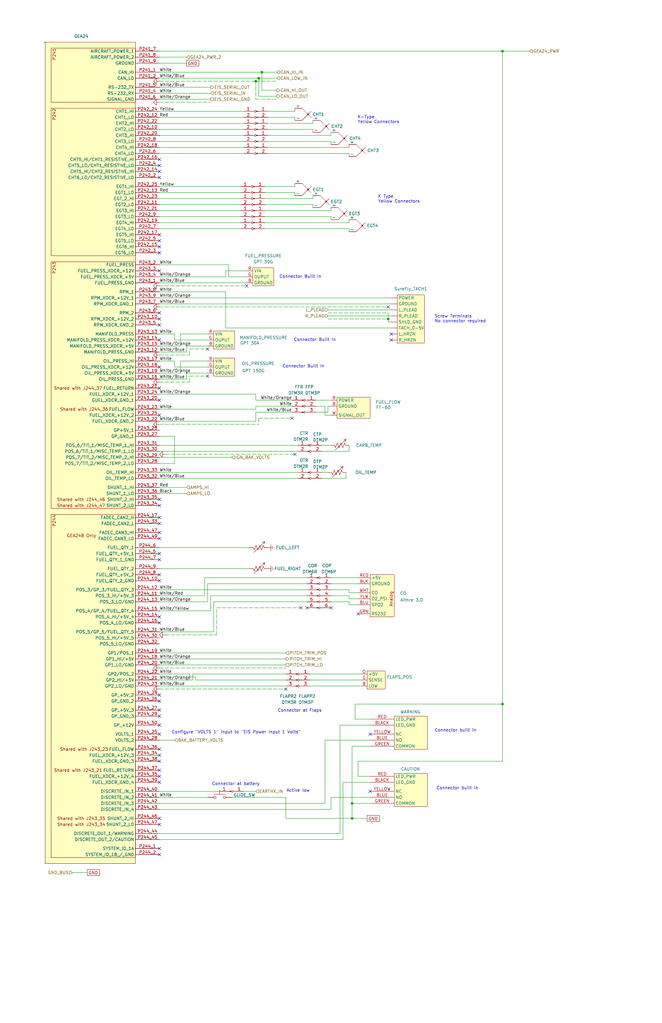
<source format=kicad_sch>
(kicad_sch (version 20250114) (generator "eeschema") (generator_version "9.0")
  (paper "USLedger" portrait)
  (title_block (title "EIS") (date "2026-01-06") (rev "1.2.5") (company "N877RV"))
  (lib_symbols
    (symbol "Connector:Conn_01x01_Pin" (pin_names (offset 1.016) (hide yes))
      (property "Reference" "J" (at 0 2.54 0))
      (property "Value" "Conn_01x01_Pin" (at 0 -2.54 0))
      (symbol "Conn_01x01_Pin_1_1"
        (pin passive line (at 5.08 0 180) (length 3.81) (name "Pin_1") (number "1"))
      )
    )
    (symbol "Connector:Conn_01x01_Socket" (pin_names (offset 1.016) (hide yes))
      (property "Reference" "J" (at 0 2.54 0))
      (property "Value" "Conn_01x01_Socket" (at 0 -2.54 0))
      (symbol "Conn_01x01_Socket_1_1"
        (pin passive line (at -5.08 0 0) (length 3.81) (name "Pin_1") (number "1"))
      )
    )
    (symbol "Connector:Conn_01x02_Pin" (pin_names (offset 1.016) (hide yes))
      (property "Reference" "J" (at 0 2.54 0))
      (property "Value" "Conn_01x02_Pin" (at 0 -5.08 0))
      (symbol "Conn_01x02_Pin_1_1"
        (pin passive line (at 5.08 0 180) (length 3.81) (name "Pin_1") (number "1"))
        (pin passive line (at 5.08 -2.54 180) (length 3.81) (name "Pin_2") (number "2"))
      )
    )
    (symbol "Connector:Conn_01x02_Socket" (pin_names (offset 1.016) (hide yes))
      (property "Reference" "J" (at 0 2.54 0))
      (property "Value" "Conn_01x02_Socket" (at 0 -5.08 0))
      (symbol "Conn_01x02_Socket_1_1"
        (pin passive line (at -5.08 0 0) (length 3.81) (name "Pin_1") (number "1"))
        (pin passive line (at -5.08 -2.54 0) (length 3.81) (name "Pin_2") (number "2"))
      )
    )
    (symbol "Connector:Conn_01x03_Pin" (pin_names (offset 1.016) (hide yes))
      (property "Reference" "J" (at 0 5.08 0))
      (property "Value" "Conn_01x03_Pin" (at 0 -5.08 0))
      (symbol "Conn_01x03_Pin_1_1"
        (pin passive line (at 5.08 2.54 180) (length 3.81) (name "Pin_1") (number "1"))
        (pin passive line (at 5.08 0 180) (length 3.81) (name "Pin_2") (number "2"))
        (pin passive line (at 5.08 -2.54 180) (length 3.81) (name "Pin_3") (number "3"))
      )
    )
    (symbol "Connector:Conn_01x03_Socket" (pin_names (offset 1.016) (hide yes))
      (property "Reference" "J" (at 0 5.08 0))
      (property "Value" "Conn_01x03_Socket" (at 0 -5.08 0))
      (symbol "Conn_01x03_Socket_1_1"
        (pin passive line (at -5.08 2.54 0) (length 3.81) (name "Pin_1") (number "1"))
        (pin passive line (at -5.08 0 0) (length 3.81) (name "Pin_2") (number "2"))
        (pin passive line (at -5.08 -2.54 0) (length 3.81) (name "Pin_3") (number "3"))
      )
    )
    (symbol "Connector:Conn_01x06_Pin" (pin_names (offset 1.016) (hide yes))
      (property "Reference" "J" (at 0 7.62 0))
      (property "Value" "Conn_01x06_Pin" (at 0 -10.16 0))
      (symbol "Conn_01x06_Pin_1_1"
        (pin passive line (at 5.08 5.08 180) (length 3.81) (name "Pin_1") (number "1"))
        (pin passive line (at 5.08 2.54 180) (length 3.81) (name "Pin_2") (number "2"))
        (pin passive line (at 5.08 0 180) (length 3.81) (name "Pin_3") (number "3"))
        (pin passive line (at 5.08 -2.54 180) (length 3.81) (name "Pin_4") (number "4"))
        (pin passive line (at 5.08 -5.08 180) (length 3.81) (name "Pin_5") (number "5"))
        (pin passive line (at 5.08 -7.62 180) (length 3.81) (name "Pin_6") (number "6"))
      )
    )
    (symbol "Connector:Conn_01x06_Socket" (pin_names (offset 1.016) (hide yes))
      (property "Reference" "J" (at 0 7.62 0))
      (property "Value" "Conn_01x06_Socket" (at 0 -10.16 0))
      (symbol "Conn_01x06_Socket_1_1"
        (pin passive line (at -5.08 5.08 0) (length 3.81) (name "Pin_1") (number "1"))
        (pin passive line (at -5.08 2.54 0) (length 3.81) (name "Pin_2") (number "2"))
        (pin passive line (at -5.08 0 0) (length 3.81) (name "Pin_3") (number "3"))
        (pin passive line (at -5.08 -2.54 0) (length 3.81) (name "Pin_4") (number "4"))
        (pin passive line (at -5.08 -5.08 0) (length 3.81) (name "Pin_5") (number "5"))
        (pin passive line (at -5.08 -7.62 0) (length 3.81) (name "Pin_6") (number "6"))
      )
    )
    (symbol "Device:R_Variable_US" (pin_numbers (hide yes)) (pin_names (offset 0))
      (property "Reference" "R" (at 2.54 -2.54 90))
      (property "Value" "R_Variable_US" (at -2.54 -1.27 90))
      (symbol "R_Variable_US_1_1"
        (pin passive line (at 0 3.81 270) (length 1.27) (name "~") (number "1"))
        (pin passive line (at 0 -3.81 90) (length 1.27) (name "~") (number "2"))
      )
    )
    (symbol "Device:Thermocouple" (pin_numbers (hide yes)) (pin_names (offset 0))
      (property "Reference" "TC" (at -3.048 3.81 0))
      (property "Value" "Thermocouple" (at -5.08 -4.064 0))
      (symbol "Thermocouple_1_1"
        (pin passive line (at 2.54 2.54 180) (length 2.54) (name "+") (number "1"))
        (pin passive line (at 2.54 -2.54 180) (length 2.54) (name "-") (number "2"))
      )
    )
    (symbol "Switch:SW_Push" (pin_numbers (hide yes)) (pin_names (offset 1.016) (hide yes))
      (property "Reference" "SW" (at 1.27 2.54 0))
      (property "Value" "SW_Push" (at 0 -1.524 0))
      (symbol "SW_Push_0_1"
        (pin passive line (at -5.08 0 0) (length 2.54) (name "1") (number "1"))
        (pin passive line (at 5.08 0 180) (length 2.54) (name "2") (number "2"))
      )
    )
    (symbol "flyerx:Aithre_EX3"
      (property "Reference" "CO" (at 2.54 1.27 0))
      (symbol "Aithre_EX3_1_1"
        (text "Analog" (at 1.27 -10.16 900) (effects (font (size 1.27 1.27))))
        (pin power_in line (at 15.24 -1.27 180) (length 5.08) (name "+5V") (number "RED"))
        (pin passive line (at 15.24 -3.81 180) (length 5.08) (name "GROUND") (number "BLK"))
        (pin output line (at 15.24 -7.62 180) (length 5.08) (name "CO") (number "WHT"))
        (pin output line (at 15.24 -10.16 180) (length 5.08) (name "O2_PSI") (number "YLW"))
        (pin output line (at 15.24 -12.7 180) (length 5.08) (name "SPO2") (number "BLU"))
        (pin output line (at 15.24 -16.51 180) (length 5.08) (name "RS232") (number "GRN"))
      )
    )
    (symbol "flyerx:Apiele_Momentary_Illuminated_Button"
      (property "Reference" "Apiele" (at 2.54 1.27 0))
      (symbol "Apiele_Momentary_Illuminated_Button_1_1"
        (pin power_in line (at 24.13 -1.27 180) (length 10.16) (name "LED_PWR") (number "RED"))
        (pin passive line (at 24.13 -3.81 180) (length 10.16) (name "LED_GND") (number "BLACK"))
        (pin output line (at 24.13 -7.62 180) (length 10.16) (name "NC") (number "YELLOW"))
        (pin output line (at 24.13 -10.16 180) (length 10.16) (name "NO") (number "BLUE"))
        (pin passive line (at 24.13 -12.7 180) (length 10.16) (name "COMMON") (number "GREEN"))
      )
    )
    (symbol "flyerx:Garmin_GEA24"
      (property "Reference" "GEA" (at 2.54 1.27 0))
      (symbol "Garmin_GEA24_1_1"
        (text "P241" (at 3.81 -2.54 900) (effects (font (size 1.27 1.27)) (justify right)))
        (text "P242" (at 3.81 -27.94 900) (effects (font (size 1.27 1.27)) (justify right)))
        (text "P243" (at 3.81 -92.71 900) (effects (font (size 1.27 1.27)) (justify right)))
        (text "P244" (at 3.81 -199.39 900) (effects (font (size 1.27 1.27)) (justify right)))
        (text "Shared with J243_35" (at 15.24 -327.66 0) (effects (font (size 1.27 1.27))))
        (text "Shared with J243_34" (at 15.24 -330.2 0) (effects (font (size 1.27 1.27))))
        (text "GEA24B Only" (at 21.59 -208.28 0) (effects (font (size 1.27 1.27)) (justify right)))
        (text "Shared with J244_37" (at 24.13 -146.05 0) (effects (font (size 1.27 1.27)) (justify right)))
        (text "Shared with J243_21" (at 24.13 -307.34 0) (effects (font (size 1.27 1.27)) (justify right)))
        (text "Shared with J244_46" (at 25.4 -193.04 0) (effects (font (size 1.27 1.27)) (justify right)))
        (text "Shared with J244_47" (at 25.4 -195.58 0) (effects (font (size 1.27 1.27)) (justify right)))
        (text "Shared with J244_36" (at 26.67 -154.94 0) (effects (font (size 1.27 1.27)) (justify right)))
        (text "Shared with J243_23" (at 26.67 -298.45 0) (effects (font (size 1.27 1.27)) (justify right)))
        (pin power_in line (at 48.26 -3.81 180) (length 10.16) (name "AIRCRAFT_POWER_1") (number "P241_7"))
        (pin power_in line (at 48.26 -6.35 180) (length 10.16) (name "AIRCRAFT_POWER_2") (number "P241_8"))
        (pin passive line (at 48.26 -8.89 180) (length 10.16) (name "GROUND") (number "P241_9"))
        (pin bidirectional line (at 48.26 -12.7 180) (length 10.16) (name "CAN_HI") (number "P241_1"))
        (pin bidirectional line (at 48.26 -15.24 180) (length 10.16) (name "CAN_LO") (number "P241_2"))
        (pin output line (at 48.26 -19.05 180) (length 10.16) (name "RS-232_TX") (number "P241_5"))
        (pin input line (at 48.26 -21.59 180) (length 10.16) (name "RS-232_RX") (number "P241_4"))
        (pin passive line (at 48.26 -24.13 180) (length 10.16) (name "SIGNAL_GND") (number "P241_6"))
        (pin input line (at 48.26 -29.21 180) (length 10.16) (name "CHT1_HI") (number "P242_24"))
        (pin passive line (at 48.26 -31.75 180) (length 10.16) (name "CHT1_LO") (number "P242_12"))
        (pin input line (at 48.26 -34.29 180) (length 10.16) (name "CHT2_HI") (number "P242_22"))
        (pin passive line (at 48.26 -36.83 180) (length 10.16) (name "CHT2_LO") (number "P242_10"))
        (pin input line (at 48.26 -39.37 180) (length 10.16) (name "CHT3_HI") (number "P242_20"))
        (pin passive line (at 48.26 -41.91 180) (length 10.16) (name "CHT3_LO") (number "P242_8"))
        (pin input line (at 48.26 -44.45 180) (length 10.16) (name "CHT4_HI") (number "P242_18"))
        (pin passive line (at 48.26 -46.99 180) (length 10.16) (name "CHT4_LO") (number "P242_6"))
        (pin input line (at 48.26 -49.53 180) (length 10.16) (name "CHT5_HI/CHT1_RESISTIVE_HI") (number "P242_16"))
        (pin passive line (at 48.26 -52.07 180) (length 10.16) (name "CHT5_LO/CHT1_RESISTIVE_LO") (number "P242_4"))
        (pin input line (at 48.26 -54.61 180) (length 10.16) (name "CHT5_HI/CHT2_RESISTIVE_HI") (number "P242_14"))
        (pin passive line (at 48.26 -57.15 180) (length 10.16) (name "CHT6_LO/CHT2_RESISTIVE_LO") (number "P242_2"))
        (pin input line (at 48.26 -60.96 180) (length 10.16) (name "EGT1_HI") (number "P242_25"))
        (pin passive line (at 48.26 -63.5 180) (length 10.16) (name "EGT1_LO") (number "P242_13"))
        (pin input line (at 48.26 -66.04 180) (length 10.16) (name "EGT_2_HI") (number "P242_23"))
        (pin passive line (at 48.26 -68.58 180) (length 10.16) (name "EGT2_LO") (number "P242_11"))
        (pin input line (at 48.26 -71.12 180) (length 10.16) (name "EGT3_HI") (number "P242_21"))
        (pin passive line (at 48.26 -73.66 180) (length 10.16) (name "EGT3_LO") (number "P242_9"))
        (pin input line (at 48.26 -76.2 180) (length 10.16) (name "EGT4_HI") (number "P242_19"))
        (pin passive line (at 48.26 -78.74 180) (length 10.16) (name "EGT4_LO") (number "P242_7"))
        (pin input line (at 48.26 -81.28 180) (length 10.16) (name "EGT5_HI") (number "P242_17"))
        (pin passive line (at 48.26 -83.82 180) (length 10.16) (name "EGT5_LO") (number "P242_5"))
        (pin input line (at 48.26 -86.36 180) (length 10.16) (name "EGT6_HI") (number "P242_15"))
        (pin passive line (at 48.26 -88.9 180) (length 10.16) (name "EGT6_LO") (number "P242_3"))
        (pin input line (at 48.26 -93.98 180) (length 10.16) (name "FUEL_PRESS") (number "P243_2"))
        (pin output line (at 48.26 -96.52 180) (length 10.16) (name "FUEL_PRESS_XDCR_+12V") (number "P243_3"))
        (pin output line (at 48.26 -99.06 180) (length 10.16) (name "FUEL_PRESS_XDCR_+5V") (number "P243_4"))
        (pin passive line (at 48.26 -101.6 180) (length 10.16) (name "FUEL_PRESS_GND") (number "P243_1"))
        (pin input line (at 48.26 -105.41 180) (length 10.16) (name "RPM_1") (number "P243_8"))
        (pin output line (at 48.26 -107.95 180) (length 10.16) (name "RPM_XDCR_+12V_1") (number "P243_9"))
        (pin passive line (at 48.26 -110.49 180) (length 10.16) (name "RPM_XDCR_GND_1") (number "P243_7"))
        (pin input line (at 48.26 -114.3 180) (length 10.16) (name "RPM_2") (number "P243_6"))
        (pin output line (at 48.26 -116.84 180) (length 10.16) (name "RPM_XDCR_+12V_2") (number "P243_10"))
        (pin passive line (at 48.26 -119.38 180) (length 10.16) (name "RPM_XDCR_GND_2") (number "P243_5"))
        (pin input line (at 48.26 -123.19 180) (length 10.16) (name "MANIFOLD_PRESS") (number "P243_13"))
        (pin output line (at 48.26 -125.73 180) (length 10.16) (name "MANIFOLD_PRESS_XDCR_+12V") (number "P243_14"))
        (pin output line (at 48.26 -128.27 180) (length 10.16) (name "MANIFOLD_PRESS_XDCR_+5V") (number "P243_15"))
        (pin passive line (at 48.26 -130.81 180) (length 10.16) (name "MANIFOLD_PRESS_GND") (number "P243_12"))
        (pin input line (at 48.26 -134.62 180) (length 10.16) (name "OIL_PRESS_HI") (number "P243_17"))
        (pin output line (at 48.26 -137.16 180) (length 10.16) (name "OIL_PRESS_XDCR_+12V") (number "P243_18"))
        (pin output line (at 48.26 -139.7 180) (length 10.16) (name "OIL_PRESS_XDCR_+5V") (number "P243_19"))
        (pin passive line (at 48.26 -142.24 180) (length 10.16) (name "OIL_PRESS_GND") (number "P243_16"))
        (pin input line (at 48.26 -146.05 180) (length 10.16) (name "FUEL_RETURN") (number "P243_21"))
        (pin input line (at 48.26 -148.59 180) (length 10.16) (name "FUEL_XDCR_+12V_1") (number "P243_24"))
        (pin passive line (at 48.26 -151.13 180) (length 10.16) (name "GUEL_XDCR_GND_1") (number "P243_20"))
        (pin input line (at 48.26 -154.94 180) (length 10.16) (name "FUEL_FLOW") (number "P243_23"))
        (pin output line (at 48.26 -157.48 180) (length 10.16) (name "FUEL_XDCR_+12V_2") (number "P243_25"))
        (pin passive line (at 48.26 -160.02 180) (length 10.16) (name "FUEL_XDCR_GND_2") (number "P243_22"))
        (pin output line (at 48.26 -163.83 180) (length 10.16) (name "GP+5V_1") (number "P243_26"))
        (pin passive line (at 48.26 -166.37 180) (length 10.16) (name "GP_GND_1") (number "P243_27"))
        (pin input line (at 48.26 -170.18 180) (length 10.16) (name "POS_6/TIT_1/MISC_TEMP_1_HI") (number "P243_31"))
        (pin passive line (at 48.26 -172.72 180) (length 10.16) (name "POS_6/TIT_1/MISC_TEMP_1_LO") (number "P243_30"))
        (pin input line (at 48.26 -175.26 180) (length 10.16) (name "POS_7/TIT_2/MISC_TEMP_2_HI") (number "P243_29"))
        (pin passive line (at 48.26 -177.8 180) (length 10.16) (name "POS_7/TIT_2/MISC_TEMP_2_LO") (number "P243_28"))
        (pin input line (at 48.26 -181.61 180) (length 10.16) (name "OIL_TEMP_HI") (number "P243_33"))
        (pin passive line (at 48.26 -184.15 180) (length 10.16) (name "OIL_TEMP_LO") (number "P243_32"))
        (pin input line (at 48.26 -187.96 180) (length 10.16) (name "SHUNT_1_HI") (number "P243_37"))
        (pin passive line (at 48.26 -190.5 180) (length 10.16) (name "SHUNT_1_LO") (number "P243_36"))
        (pin input line (at 48.26 -193.04 180) (length 10.16) (name "SHUNT_2_HI") (number "P243_35"))
        (pin passive line (at 48.26 -195.58 180) (length 10.16) (name "SHUNT_2_LO") (number "P243_34"))
        (pin bidirectional line (at 48.26 -200.66 180) (length 10.16) (name "FADEC_CAN2_H") (number "P244_17"))
        (pin bidirectional line (at 48.26 -203.2 180) (length 10.16) (name "FADEC_CAN2_L") (number "P244_33"))
        (pin bidirectional line (at 48.26 -207.01 180) (length 10.16) (name "FADEC_CAN3_HI") (number "P244_47"))
        (pin bidirectional line (at 48.26 -209.55 180) (length 10.16) (name "FADEC_CAN3_LO") (number "P244_49"))
        (pin input line (at 48.26 -213.36 180) (length 10.16) (name "FUEL_QTY_1") (number "P244_6"))
        (pin output line (at 48.26 -215.9 180) (length 10.16) (name "FUEL_QTY_+5V_1") (number "P244_5"))
        (pin passive line (at 48.26 -218.44 180) (length 10.16) (name "FUEL_QTY_1_GND") (number "P244_7"))
        (pin input line (at 48.26 -222.25 180) (length 10.16) (name "FUEL_QTY_2") (number "P244_9"))
        (pin output line (at 48.26 -224.79 180) (length 10.16) (name "FUEL_QTY_+5V_2") (number "P244_8"))
        (pin passive line (at 48.26 -227.33 180) (length 10.16) (name "FUEL_QTY_2_GND") (number "P244_10"))
        (pin input line (at 48.26 -231.14 180) (length 10.16) (name "POS_3/GP_3/FUEL_QTY_3") (number "P244_12"))
        (pin output line (at 48.26 -233.68 180) (length 10.16) (name "POS_3_HI/+5V_3") (number "P244_11"))
        (pin passive line (at 48.26 -236.22 180) (length 10.16) (name "POS_3_LO/GND") (number "P244_13"))
        (pin input line (at 48.26 -240.03 180) (length 10.16) (name "POS_4/GP_4/FUEL_QTY_4") (number "P244_15"))
        (pin output line (at 48.26 -242.57 180) (length 10.16) (name "POS_4_HI/+5V_4") (number "P244_14"))
        (pin passive line (at 48.26 -245.11 180) (length 10.16) (name "POS_4_LO/GND") (number "P244_16"))
        (pin input line (at 48.26 -248.92 180) (length 10.16) (name "POS_5/GP_5/FUEL_QTY_5") (number "P244_31"))
        (pin output line (at 48.26 -251.46 180) (length 10.16) (name "POS_5_HI/+5V_5") (number "P244_30"))
        (pin passive line (at 48.26 -254 180) (length 10.16) (name "POS_5_LO/GND") (number "P244_32"))
        (pin input line (at 48.26 -257.81 180) (length 10.16) (name "GP1/POS_1") (number "P244_19"))
        (pin output line (at 48.26 -260.35 180) (length 10.16) (name "GP1_HI/+5V") (number "P244_18"))
        (pin passive line (at 48.26 -262.89 180) (length 10.16) (name "GP1_LO/GND") (number "P244_20"))
        (pin input line (at 48.26 -266.7 180) (length 10.16) (name "GP2/POS_2") (number "P244_22"))
        (pin output line (at 48.26 -269.24 180) (length 10.16) (name "GP2_HI/+5V") (number "P244_21"))
        (pin passive line (at 48.26 -271.78 180) (length 10.16) (name "GP2_LO/GND") (number "P244_23"))
        (pin output line (at 48.26 -275.59 180) (length 10.16) (name "GP_+5V_2") (number "P244_24"))
        (pin passive line (at 48.26 -278.13 180) (length 10.16) (name "GP_GND_2") (number "P244_26"))
        (pin output line (at 48.26 -281.94 180) (length 10.16) (name "GP_+5V_3") (number "P244_27"))
        (pin passive line (at 48.26 -284.48 180) (length 10.16) (name "GP_GND_3") (number "P244_29"))
        (pin output line (at 48.26 -288.29 180) (length 10.16) (name "GP_+12V") (number "P244_50"))
        (pin input line (at 48.26 -292.1 180) (length 10.16) (name "VOLTS_1") (number "P244_25"))
        (pin input line (at 48.26 -294.64 180) (length 10.16) (name "VOLTS_2") (number "P244_28"))
        (pin input line (at 48.26 -298.45 180) (length 10.16) (name "FUEL_FLOW") (number "P244_36"))
        (pin output line (at 48.26 -300.99 180) (length 10.16) (name "FUEL_XDCR_+12V_3") (number "P244_34"))
        (pin passive line (at 48.26 -303.53 180) (length 10.16) (name "FUEL_XDCR_GND_3") (number "P244_38"))
        (pin input line (at 48.26 -307.34 180) (length 10.16) (name "FUEL_RETURN") (number "P244_37"))
        (pin output line (at 48.26 -309.88 180) (length 10.16) (name "FUEL_XDCR_+12V_4") (number "P244_35"))
        (pin passive line (at 48.26 -312.42 180) (length 10.16) (name "FUEL_XDCR_GND_4") (number "P244_39"))
        (pin input line (at 48.26 -316.23 180) (length 10.16) (name "DISCRETE_IN_1") (number "P244_40"))
        (pin input line (at 48.26 -318.77 180) (length 10.16) (name "DISCRETE_IN_2") (number "P244_41"))
        (pin input line (at 48.26 -321.31 180) (length 10.16) (name "DISCRETE_IN_3") (number "P244_42"))
        (pin input line (at 48.26 -323.85 180) (length 10.16) (name "DISCRETE_IN_4") (number "P244_43"))
        (pin input line (at 48.26 -327.66 180) (length 10.16) (name "SHUNT_2_HI") (number "P244_46"))
        (pin passive line (at 48.26 -330.2 180) (length 10.16) (name "SHUNT_2_LO") (number "P244_47"))
        (pin output line (at 48.26 -334.01 180) (length 10.16) (name "DISCRETE_OUT_1/WARNING") (number "P244_44"))
        (pin output line (at 48.26 -336.55 180) (length 10.16) (name "DISCRETE_OUT_2/CAUTION") (number "P244_45"))
        (pin input line (at 48.26 -340.36 180) (length 10.16) (name "SYSTEM_ID_1A") (number "P244_1"))
        (pin passive line (at 48.26 -342.9 180) (length 10.16) (name "SYSTEM_ID_1B_/_GND") (number "P244_2"))
      )
    )
    (symbol "flyerx:Garmin_Sensor"
      (property "Reference" "GPT" (at 5.08 1.27 0))
      (symbol "Garmin_Sensor_1_1"
        (pin power_in line (at 11.43 -1.27 180) (length 2.54) (name "VIN") (number "R"))
        (pin output line (at 11.43 -3.81 180) (length 2.54) (name "OUPUT") (number "G"))
        (pin passive line (at 11.43 -6.35 180) (length 2.54) (name "GROUND") (number "B"))
      )
    )
    (symbol "flyerx:IE_FT-60"
      (property "Reference" "FT-60" (at 2.54 1.27 0))
      (symbol "IE_FT-60_1_1"
        (pin power_in line (at 16.51 -1.27 180) (length 2.54) (name "POWER") (number "R"))
        (pin passive line (at 16.51 -3.81 180) (length 2.54) (name "GROUND") (number "B"))
        (pin output line (at 16.51 -7.62 180) (length 2.54) (name "SIGNAL_OUT") (number "W"))
      )
    )
    (symbol "flyerx:Ray_Allen_POS-12"
      (property "Reference" "POS" (at 3.81 1.27 0))
      (symbol "Ray_Allen_POS-12_1_1"
        (pin input line (at 10.16 -1.27 180) (length 2.54) (name "+5V") (number "O"))
        (pin output line (at 10.16 -3.81 180) (length 2.54) (name "SENSE") (number "G"))
        (pin passive line (at 10.16 -6.35 180) (length 2.54) (name "LOW") (number "B"))
      )
    )
    (symbol "flyerx:SureFly_TACH2"
      (property "Reference" "SureFly_TACH2" (at 5.588 1.27 0))
      (symbol "SureFly_TACH2_1_1"
        (pin power_in line (at 13.97 -1.27 180) (length 2.54) (name "POWER") (number ""))
        (pin passive line (at 13.97 -3.81 180) (length 2.54) (name "GROUND") (number ""))
        (pin input line (at 13.97 -6.35 180) (length 2.54) (name "L_PLEAD") (number ""))
        (pin input line (at 13.97 -8.89 180) (length 2.54) (name "R_PLEAD") (number ""))
        (pin passive line (at 13.97 -11.43 180) (length 2.54) (name "SHLD_GND") (number ""))
        (pin output line (at 13.97 -13.97 180) (length 2.54) (name "TACH_0-5V") (number ""))
        (pin output line (at 13.97 -16.51 180) (length 2.54) (name "L_HRZN") (number ""))
        (pin output line (at 13.97 -19.05 180) (length 2.54) (name "R_HRZN") (number ""))
      )
    )
    (symbol "power:Earth" (power) (pin_names (offset 0))
      (symbol "Earth_1_1"
        (pin power_in line (at 0 0 270) (length 0) (hide yes) (name "Earth") (number "1"))
      )
    )
    (symbol "power:GNDS" (power) (pin_numbers (hide yes)) (pin_names (offset 0) (hide yes))
      (property "Value" "GNDS" (at 0 -3.81 0))
      (symbol "GNDS_1_1"
        (pin power_in line (at 0 0 270) (length 0) (name "~") (number "1"))
      )
    )
  )
  (text "Connector built in" (at 183.388 308.356 0) (effects (font (size 1.27 1.27)) (justify left)))
  (text "Screw Terminals\nNo connector required" (at 183.388 134.62 0) (effects (font (size 1.27 1.27)) (justify left)))
  (text "Connector Built In" (at 123.952 143.51 0) (effects (font (size 1.27 1.27)) (justify left)))
  (text "Connector Built In" (at 117.856 116.84 0) (effects (font (size 1.27 1.27)) (justify left)))
  (text "K-Type\nYellow Connectors" (at 150.876 50.546 0) (effects (font (size 1.27 1.27)) (justify left)))
  (text "K Type\nYellow Connectors" (at 159.512 84.074 0) (effects (font (size 1.27 1.27)) (justify left)))
  (text "Connector at battery" (at 89.408 330.962 0) (effects (font (size 1.27 1.27)) (justify left)))
  (text "Active low" (at 120.904 333.756 0) (effects (font (size 1.27 1.27)) (justify left)))
  (text "Configure \"VOLTS 1\" input to \"EIS Power Input 1 Volts\"" (at 72.39 309.88 0) (effects (font (size 1.27 1.27)) (justify left bottom)))
  (text "Connector built in" (at 184.15 332.74 0) (effects (font (size 1.27 1.27)) (justify left)))
  (text "Connector Built In" (at 119.126 154.686 0) (effects (font (size 1.27 1.27)) (justify left)))
  (text "Connector at Flaps" (at 126.492 299.974 0) (effects (font (size 1.27 1.27))))
  (junction (at 110.49 30.48))
  (junction (at 107.95 34.29))
  (junction (at 163.83 134.62))
  (junction (at 109.22 33.02))
  (junction (at 212.09 297.18))
  (junction (at 148.59 345.44))
  (junction (at 212.09 21.59))
  (junction (at 148.59 339.09))
  (no_connect (at 120.65 290.83))
  (no_connect (at 67.31 218.44))
  (no_connect (at 87.63 158.75))
  (no_connect (at 67.31 210.82))
  (no_connect (at 67.31 299.72))
  (no_connect (at 67.31 321.31))
  (no_connect (at 67.31 242.57))
  (no_connect (at 67.31 347.98))
  (no_connect (at 67.31 72.39))
  (no_connect (at 67.31 358.14))
  (no_connect (at 87.63 147.32))
  (no_connect (at 67.31 227.33))
  (no_connect (at 129.54 256.54))
  (no_connect (at 127 256.54))
  (no_connect (at 67.31 309.88))
  (no_connect (at 67.31 163.83))
  (no_connect (at 67.31 345.44))
  (no_connect (at 67.31 114.3))
  (no_connect (at 67.31 316.23))
  (no_connect (at 67.31 106.68))
  (no_connect (at 67.31 233.68))
  (no_connect (at 67.31 224.79))
  (no_connect (at 156.21 334.01))
  (no_connect (at 67.31 213.36))
  (no_connect (at 67.31 154.94))
  (no_connect (at 67.31 293.37))
  (no_connect (at 67.31 74.93))
  (no_connect (at 67.31 132.08))
  (no_connect (at 163.83 129.54))
  (no_connect (at 67.31 67.31))
  (no_connect (at 67.31 69.85))
  (no_connect (at 165.1 143.51))
  (no_connect (at 151.13 259.08))
  (no_connect (at 139.7 256.54))
  (no_connect (at 67.31 330.2))
  (no_connect (at 123.19 176.53))
  (no_connect (at 67.31 360.68))
  (no_connect (at 67.31 99.06))
  (no_connect (at 67.31 175.26))
  (no_connect (at 124.46 191.77))
  (no_connect (at 67.31 137.16))
  (no_connect (at 165.1 140.97))
  (no_connect (at 67.31 134.62))
  (no_connect (at 67.31 168.91))
  (no_connect (at 67.31 236.22))
  (no_connect (at 67.31 101.6))
  (no_connect (at 67.31 318.77))
  (no_connect (at 67.31 302.26))
  (no_connect (at 67.31 104.14))
  (no_connect (at 67.31 260.35))
  (no_connect (at 67.31 143.51))
  (no_connect (at 67.31 327.66))
  (no_connect (at 67.31 325.12))
  (no_connect (at 67.31 262.89))
  (no_connect (at 67.31 306.07))
  (no_connect (at 67.31 220.98))
  (no_connect (at 67.31 245.11))
  (no_connect (at 104.14 120.65))
  (no_connect (at 156.21 309.88))
  (no_connect (at 67.31 295.91))
  (wire (pts (xy 212.09 321.31) (xy 212.09 297.18)))
  (wire (pts (xy 67.31 140.97) (xy 73.66 140.97)))
  (wire (pts (xy 86.36 243.84) (xy 129.54 243.84)))
  (wire (pts (xy 67.31 289.56) (xy 120.65 289.56)))
  (wire (pts (xy 102.87 334.01) (xy 107.95 334.01)))
  (wire (pts (xy 67.31 208.28) (xy 78.74 208.28)))
  (wire (pts (xy 120.65 336.55) (xy 120.65 345.44)))
  (wire (pts (xy 111.76 91.44) (xy 139.7 91.44)))
  (wire (pts (xy 67.31 88.9) (xy 101.6 88.9)))
  (wire (pts (xy 143.51 351.79) (xy 143.51 306.07)))
  (wire (pts (xy 151.13 321.31) (xy 212.09 321.31)))
  (wire (pts (xy 86.36 251.46) (xy 86.36 243.84)))
  (wire (pts (xy 73.66 152.4) (xy 67.31 152.4)))
  (wire (pts (xy 135.89 187.96) (xy 139.7 187.96)))
  (wire (pts (xy 67.31 39.37) (xy 88.9 39.37)))
  (wire (pts (xy 107.95 177.8) (xy 107.95 173.99)))
  (wire (pts (xy 67.31 205.74) (xy 78.74 205.74)))
  (wire (pts (xy 67.31 312.42) (xy 73.66 312.42)))
  (wire (pts (xy 67.31 266.7) (xy 90.17 266.7)))
  (wire (pts (xy 138.43 133.35) (xy 165.1 133.35)))
  (wire (pts (xy 67.31 129.54) (xy 163.83 129.54)) (stroke (width 0) (type dash)))
  (wire (pts (xy 111.76 96.52) (xy 147.32 96.52)))
  (wire (pts (xy 96.52 116.84) (xy 104.14 116.84)))
  (wire (pts (xy 137.16 175.26) (xy 139.7 175.26)))
  (wire (pts (xy 147.32 255.27) (xy 147.32 254)))
  (wire (pts (xy 87.63 254) (xy 87.63 246.38)))
  (wire (pts (xy 67.31 334.01) (xy 92.71 334.01)))
  (wire (pts (xy 113.03 54.61) (xy 132.08 54.61)))
  (wire (pts (xy 113.03 64.77) (xy 147.32 64.77)))
  (wire (pts (xy 147.32 190.5) (xy 147.32 187.96)))
  (wire (pts (xy 148.59 339.09) (xy 148.59 345.44)))
  (wire (pts (xy 67.31 231.14) (xy 105.41 231.14)))
  (wire (pts (xy 109.22 33.02) (xy 116.84 33.02)))
  (wire (pts (xy 67.31 284.48) (xy 80.01 284.48)))
  (wire (pts (xy 113.03 46.99) (xy 124.46 46.99)))
  (wire (pts (xy 69.85 191.77) (xy 124.46 191.77)) (stroke (width 0) (type dash)))
  (wire (pts (xy 107.95 171.45) (xy 123.19 171.45)))
  (wire (pts (xy 137.16 171.45) (xy 137.16 175.26)))
  (wire (pts (xy 151.13 252.73) (xy 147.32 252.73)))
  (wire (pts (xy 67.31 46.99) (xy 102.87 46.99)))
  (wire (pts (xy 67.31 49.53) (xy 102.87 49.53)))
  (wire (pts (xy 139.7 88.9) (xy 139.7 87.63)))
  (wire (pts (xy 95.25 138.43) (xy 95.25 123.19)))
  (wire (pts (xy 67.31 280.67) (xy 120.65 280.67)))
  (wire (pts (xy 67.31 111.76) (xy 96.52 111.76)))
  (wire (pts (xy 151.13 250.19) (xy 147.32 250.19)))
  (wire (pts (xy 147.32 62.23) (xy 147.32 60.96)))
  (wire (pts (xy 67.31 193.04) (xy 97.79 193.04)))
  (wire (pts (xy 135.89 201.93) (xy 146.05 201.93)))
  (wire (pts (xy 67.31 33.02) (xy 109.22 33.02)))
  (wire (pts (xy 154.94 345.44) (xy 148.59 345.44)))
  (wire (pts (xy 67.31 52.07) (xy 102.87 52.07)))
  (wire (pts (xy 130.81 289.56) (xy 152.4 289.56)))
  (wire (pts (xy 139.7 57.15) (xy 139.7 55.88)))
  (wire (pts (xy 78.74 148.59) (xy 78.74 146.05)))
  (wire (pts (xy 81.28 287.02) (xy 81.28 284.48)))
  (wire (pts (xy 212.09 297.18) (xy 212.09 21.59)))
  (wire (pts (xy 124.46 78.74) (xy 124.46 77.47)))
  (wire (pts (xy 138.43 130.81) (xy 165.1 130.81)))
  (wire (pts (xy 67.31 201.93) (xy 125.73 201.93)))
  (wire (pts (xy 67.31 190.5) (xy 125.73 190.5)))
  (wire (pts (xy 107.95 168.91) (xy 123.19 168.91)))
  (wire (pts (xy 67.31 146.05) (xy 76.2 146.05)))
  (wire (pts (xy 149.86 303.53) (xy 149.86 297.18)))
  (wire (pts (xy 124.46 81.28) (xy 124.46 82.55)))
  (wire (pts (xy 137.16 339.09) (xy 137.16 312.42)))
  (wire (pts (xy 143.51 306.07) (xy 156.21 306.07)))
  (wire (pts (xy 144.78 354.33) (xy 144.78 330.2)))
  (wire (pts (xy 76.2 140.97) (xy 87.63 140.97)))
  (wire (pts (xy 67.31 275.59) (xy 120.65 275.59)))
  (wire (pts (xy 87.63 246.38) (xy 129.54 246.38)))
  (wire (pts (xy 87.63 154.94) (xy 73.66 154.94)))
  (wire (pts (xy 67.31 240.03) (xy 105.41 240.03)))
  (wire (pts (xy 67.31 160.02) (xy 78.74 160.02)))
  (wire (pts (xy 107.95 41.91) (xy 116.84 41.91)) (stroke (width 0) (type dash)))
  (wire (pts (xy 139.7 336.55) (xy 156.21 336.55)))
  (wire (pts (xy 67.31 41.91) (xy 88.9 41.91)))
  (wire (pts (xy 147.32 93.98) (xy 147.32 92.71)))
  (wire (pts (xy 116.84 38.1) (xy 110.49 38.1)))
  (wire (pts (xy 76.2 157.48) (xy 76.2 152.4)))
  (wire (pts (xy 111.76 78.74) (xy 124.46 78.74)))
  (wire (pts (xy 78.74 157.48) (xy 87.63 157.48)))
  (wire (pts (xy 147.32 96.52) (xy 147.32 97.79)))
  (wire (pts (xy 95.25 116.84) (xy 95.25 114.3)))
  (wire (pts (xy 88.9 257.81) (xy 88.9 251.46)))
  (wire (pts (xy 67.31 30.48) (xy 110.49 30.48)))
  (wire (pts (xy 80.01 149.86) (xy 80.01 147.32)) (stroke (width 0) (type dash)))
  (wire (pts (xy 67.31 116.84) (xy 95.25 116.84)))
  (wire (pts (xy 132.08 54.61) (xy 132.08 55.88)))
  (wire (pts (xy 107.95 172.72) (xy 107.95 171.45)))
  (wire (pts (xy 107.95 166.37) (xy 107.95 168.91)))
  (wire (pts (xy 147.32 64.77) (xy 147.32 66.04)))
  (wire (pts (xy 67.31 254) (xy 87.63 254)))
  (wire (pts (xy 67.31 24.13) (xy 78.74 24.13)))
  (wire (pts (xy 138.43 132.08) (xy 163.83 132.08)) (stroke (width 0) (type dash)))
  (wire (pts (xy 81.28 284.48) (xy 120.65 284.48)))
  (wire (pts (xy 67.31 119.38) (xy 104.14 119.38)))
  (wire (pts (xy 73.66 154.94) (xy 73.66 152.4)))
  (wire (pts (xy 139.7 243.84) (xy 151.13 243.84)))
  (wire (pts (xy 109.22 40.64) (xy 109.22 33.02)))
  (wire (pts (xy 147.32 248.92) (xy 139.7 248.92)))
  (wire (pts (xy 130.81 284.48) (xy 152.4 284.48)))
  (wire (pts (xy 67.31 86.36) (xy 101.6 86.36)))
  (wire (pts (xy 156.21 327.66) (xy 151.13 327.66)))
  (wire (pts (xy 110.49 30.48) (xy 116.84 30.48)))
  (wire (pts (xy 97.79 336.55) (xy 120.65 336.55)))
  (wire (pts (xy 111.76 81.28) (xy 124.46 81.28)))
  (wire (pts (xy 120.65 345.44) (xy 148.59 345.44)))
  (wire (pts (xy 67.31 78.74) (xy 101.6 78.74)))
  (wire (pts (xy 138.43 171.45) (xy 139.7 171.45)))
  (wire (pts (xy 96.52 111.76) (xy 96.52 116.84)))
  (wire (pts (xy 163.83 135.89) (xy 165.1 135.89)) (stroke (width 0) (type dash)))
  (wire (pts (xy 111.76 86.36) (xy 132.08 86.36)))
  (wire (pts (xy 67.31 287.02) (xy 81.28 287.02)))
  (wire (pts (xy 78.74 146.05) (xy 87.63 146.05)))
  (wire (pts (xy 135.89 190.5) (xy 147.32 190.5)))
  (wire (pts (xy 138.43 173.99) (xy 138.43 171.45)))
  (wire (pts (xy 144.78 330.2) (xy 156.21 330.2)))
  (wire (pts (xy 67.31 199.39) (xy 125.73 199.39)))
  (wire (pts (xy 80.01 147.32) (xy 87.63 147.32)) (stroke (width 0) (type dash)))
  (wire (pts (xy 91.44 256.54) (xy 127 256.54)) (stroke (width 0) (type dash)))
  (wire (pts (xy 67.31 93.98) (xy 101.6 93.98)))
  (wire (pts (xy 80.01 285.75) (xy 82.55 285.75)))
  (wire (pts (xy 132.08 83.82) (xy 132.08 82.55)))
  (wire (pts (xy 67.31 59.69) (xy 102.87 59.69)))
  (wire (pts (xy 87.63 143.51) (xy 73.66 143.51)))
  (wire (pts (xy 67.31 281.94) (xy 120.65 281.94)) (stroke (width 0) (type dash)))
  (wire (pts (xy 90.17 254) (xy 129.54 254)))
  (wire (pts (xy 67.31 148.59) (xy 78.74 148.59)))
  (wire (pts (xy 124.46 50.8) (xy 124.46 49.53)))
  (wire (pts (xy 113.03 57.15) (xy 139.7 57.15)))
  (wire (pts (xy 80.01 284.48) (xy 80.01 285.75)))
  (wire (pts (xy 67.31 96.52) (xy 101.6 96.52)))
  (wire (pts (xy 67.31 81.28) (xy 101.6 81.28)))
  (wire (pts (xy 113.03 52.07) (xy 132.08 52.07)))
  (wire (pts (xy 147.32 251.46) (xy 139.7 251.46)))
  (wire (pts (xy 67.31 43.18) (xy 88.9 43.18)) (stroke (width 0) (type dash)))
  (wire (pts (xy 73.66 184.15) (xy 67.31 184.15)))
  (wire (pts (xy 113.03 62.23) (xy 147.32 62.23)))
  (wire (pts (xy 67.31 57.15) (xy 102.87 57.15)))
  (wire (pts (xy 67.31 64.77) (xy 102.87 64.77)))
  (wire (pts (xy 132.08 52.07) (xy 132.08 50.8)))
  (wire (pts (xy 67.31 179.07) (xy 109.22 179.07)) (stroke (width 0) (type dash)))
  (wire (pts (xy 67.31 157.48) (xy 76.2 157.48)))
  (wire (pts (xy 67.31 339.09) (xy 137.16 339.09)))
  (wire (pts (xy 139.7 246.38) (xy 151.13 246.38)))
  (wire (pts (xy 163.83 134.62) (xy 163.83 135.89)) (stroke (width 0) (type dash)))
  (wire (pts (xy 124.46 46.99) (xy 124.46 45.72)))
  (wire (pts (xy 67.31 172.72) (xy 107.95 172.72)))
  (wire (pts (xy 73.66 143.51) (xy 73.66 140.97)))
  (wire (pts (xy 67.31 125.73) (xy 165.1 125.73)))
  (wire (pts (xy 67.31 336.55) (xy 87.63 336.55)))
  (wire (pts (xy 67.31 36.83) (xy 88.9 36.83)))
  (wire (pts (xy 147.32 254) (xy 139.7 254)))
  (wire (pts (xy 67.31 123.19) (xy 95.25 123.19)))
  (wire (pts (xy 78.74 160.02) (xy 78.74 157.48)))
  (wire (pts (xy 109.22 176.53) (xy 123.19 176.53)) (stroke (width 0) (type dash)))
  (wire (pts (xy 133.35 171.45) (xy 137.16 171.45)))
  (wire (pts (xy 67.31 351.79) (xy 143.51 351.79)))
  (wire (pts (xy 111.76 93.98) (xy 147.32 93.98)))
  (wire (pts (xy 148.59 314.96) (xy 156.21 314.96)))
  (wire (pts (xy 82.55 285.75) (xy 82.55 287.02)))
  (wire (pts (xy 67.31 54.61) (xy 102.87 54.61)))
  (wire (pts (xy 67.31 290.83) (xy 120.65 290.83)) (stroke (width 0) (type dash)))
  (wire (pts (xy 113.03 59.69) (xy 139.7 59.69)))
  (wire (pts (xy 67.31 195.58) (xy 73.66 195.58)))
  (wire (pts (xy 30.48 368.3) (xy 36.83 368.3)))
  (wire (pts (xy 111.76 88.9) (xy 139.7 88.9)))
  (wire (pts (xy 69.85 267.97) (xy 91.44 267.97)) (stroke (width 0) (type dash)))
  (wire (pts (xy 67.31 177.8) (xy 107.95 177.8)))
  (wire (pts (xy 124.46 49.53) (xy 113.03 49.53)))
  (wire (pts (xy 82.55 287.02) (xy 120.65 287.02)))
  (wire (pts (xy 67.31 187.96) (xy 125.73 187.96)))
  (wire (pts (xy 67.31 128.27) (xy 165.1 128.27)))
  (wire (pts (xy 149.86 297.18) (xy 212.09 297.18)))
  (wire (pts (xy 76.2 152.4) (xy 87.63 152.4)))
  (wire (pts (xy 67.31 248.92) (xy 129.54 248.92)))
  (wire (pts (xy 95.25 114.3) (xy 104.14 114.3)))
  (wire (pts (xy 67.31 251.46) (xy 86.36 251.46)))
  (wire (pts (xy 151.13 327.66) (xy 151.13 321.31)))
  (wire (pts (xy 139.7 91.44) (xy 139.7 92.71)))
  (wire (pts (xy 67.31 149.86) (xy 80.01 149.86)) (stroke (width 0) (type dash)))
  (wire (pts (xy 91.44 267.97) (xy 91.44 256.54)) (stroke (width 0) (type dash)))
  (wire (pts (xy 67.31 257.81) (xy 88.9 257.81)))
  (wire (pts (xy 139.7 341.63) (xy 139.7 336.55)))
  (wire (pts (xy 130.81 287.02) (xy 152.4 287.02)))
  (wire (pts (xy 111.76 83.82) (xy 132.08 83.82)))
  (wire (pts (xy 146.05 199.39) (xy 146.05 201.93)))
  (wire (pts (xy 80.01 161.29) (xy 80.01 158.75)) (stroke (width 0) (type dash)))
  (wire (pts (xy 73.66 195.58) (xy 73.66 184.15)))
  (wire (pts (xy 107.95 34.29) (xy 116.84 34.29)) (stroke (width 0) (type dash)))
  (wire (pts (xy 139.7 59.69) (xy 139.7 60.96)))
  (wire (pts (xy 67.31 21.59) (xy 212.09 21.59)))
  (wire (pts (xy 132.08 86.36) (xy 132.08 87.63)))
  (wire (pts (xy 67.31 354.33) (xy 144.78 354.33)))
  (wire (pts (xy 67.31 83.82) (xy 101.6 83.82)))
  (wire (pts (xy 107.95 34.29) (xy 107.95 41.91)) (stroke (width 0) (type dash)))
  (wire (pts (xy 76.2 146.05) (xy 76.2 140.97)))
  (wire (pts (xy 156.21 339.09) (xy 148.59 339.09)))
  (wire (pts (xy 147.32 250.19) (xy 147.32 248.92)))
  (wire (pts (xy 138.43 134.62) (xy 163.83 134.62)) (stroke (width 0) (type dash)))
  (wire (pts (xy 67.31 161.29) (xy 80.01 161.29)) (stroke (width 0) (type dash)))
  (wire (pts (xy 67.31 26.67) (xy 78.74 26.67)))
  (wire (pts (xy 67.31 278.13) (xy 120.65 278.13)))
  (wire (pts (xy 88.9 251.46) (xy 129.54 251.46)))
  (wire (pts (xy 110.49 38.1) (xy 110.49 30.48)))
  (wire (pts (xy 67.31 34.29) (xy 107.95 34.29)) (stroke (width 0) (type dash)))
  (wire (pts (xy 80.01 158.75) (xy 87.63 158.75)) (stroke (width 0) (type dash)))
  (wire (pts (xy 165.1 138.43) (xy 95.25 138.43)))
  (wire (pts (xy 67.31 166.37) (xy 107.95 166.37)))
  (wire (pts (xy 116.84 40.64) (xy 109.22 40.64)))
  (wire (pts (xy 135.89 199.39) (xy 138.43 199.39)))
  (wire (pts (xy 67.31 91.44) (xy 101.6 91.44)))
  (wire (pts (xy 67.31 120.65) (xy 104.14 120.65)) (stroke (width 0) (type dash)))
  (wire (pts (xy 163.83 132.08) (xy 163.83 134.62)) (stroke (width 0) (type dash)))
  (wire (pts (xy 148.59 314.96) (xy 148.59 339.09)))
  (wire (pts (xy 133.35 173.99) (xy 138.43 173.99)))
  (wire (pts (xy 109.22 176.53) (xy 109.22 179.07)) (stroke (width 0) (type dash)))
  (wire (pts (xy 151.13 255.27) (xy 147.32 255.27)))
  (wire (pts (xy 107.95 173.99) (xy 123.19 173.99)))
  (wire (pts (xy 67.31 341.63) (xy 139.7 341.63)))
  (wire (pts (xy 156.21 303.53) (xy 149.86 303.53)))
  (wire (pts (xy 137.16 312.42) (xy 156.21 312.42)))
  (wire (pts (xy 133.35 168.91) (xy 139.7 168.91)))
  (wire (pts (xy 147.32 252.73) (xy 147.32 251.46)))
  (wire (pts (xy 90.17 266.7) (xy 90.17 254)))
  (wire (pts (xy 67.31 62.23) (xy 102.87 62.23)))
  (wire (pts (xy 212.09 21.59) (xy 223.52 21.59)))
  (label "White{slash}Orange" (at 67.31 41.91 0))
  (label "White" (at 67.31 199.39 0))
  (label "White" (at 67.31 336.55 0))
  (label "White{slash}Orange" (at 67.31 125.73 0))
  (label "White" (at 67.31 275.59 0))
  (label "White" (at 67.31 123.19 0))
  (label "White{slash}Orange" (at 67.31 254 0))
  (label "White" (at 67.31 30.48 0))
  (label "White" (at 67.31 39.37 0))
  (label "White{slash}Orange" (at 67.31 146.05 0))
  (label "White{slash}Blue" (at 67.31 36.83 0))
  (label "White" (at 67.31 152.4 0))
  (label "Yellow" (at 67.31 46.99 0))
  (label "White" (at 67.31 111.76 0))
  (label "White" (at 67.31 248.92 0))
  (label "White{slash}Blue" (at 67.31 201.93 0))
  (label "White{slash}Yellow" (at 67.31 257.81 0))
  (label "White{slash}Blue" (at 67.31 177.8 0))
  (label "Yellow" (at 67.31 78.74 0))
  (label "Red" (at 67.31 81.28 0))
  (label "Red" (at 67.31 49.53 0))
  (label "White{slash}Blue" (at 67.31 266.7 0))
  (label "Red" (at 67.31 205.74 0))
  (label "White{slash}Orange" (at 67.31 166.37 0))
  (label "White" (at 123.19 171.45 180))
  (label "White{slash}Orange" (at 67.31 157.48 0))
  (label "White{slash}Blue" (at 67.31 160.02 0))
  (label "White" (at 67.31 140.97 0))
  (label "White{slash}Red" (at 67.31 251.46 0))
  (label "White" (at 67.31 172.72 0))
  (label "White{slash}Orange" (at 123.19 168.91 180))
  (label "White{slash}Blue" (at 67.31 33.02 0))
  (label "White" (at 67.31 284.48 0))
  (label "White{slash}Blue" (at 123.19 173.99 180))
  (label "White{slash}Blue" (at 67.31 128.27 0))
  (label "White{slash}Blue" (at 67.31 289.56 0))
  (label "White{slash}Blue" (at 67.31 119.38 0))
  (label "Black" (at 67.31 208.28 0))
  (label "White{slash}Blue" (at 67.31 148.59 0))
  (label "White{slash}Blue" (at 67.31 280.67 0))
  (label "White{slash}Orange" (at 67.31 278.13 0))
  (label "White{slash}Orange" (at 67.31 116.84 0))
  (label "White{slash}Orange" (at 67.31 287.02 0))
  (global_label "GND" (shape passive) (at 36.83 368.3 0) (property "Intersheetrefs" "${INTERSHEET_REFS}" (effects (hide yes))))
  (global_label "GND" (shape passive) (at 154.94 345.44 0) (property "Intersheetrefs" "${INTERSHEET_REFS}" (effects (hide yes))))
  (global_label "GND" (shape passive) (at 78.74 26.67 0) (property "Intersheetrefs" "${INTERSHEET_REFS}" (effects (hide yes))))
  (hierarchical_label "IGN_BAK_VOLTS" (shape input) (at 97.79 193.04 0))
  (hierarchical_label "R_PLEAD" (shape input) (at 138.43 133.35 180))
  (hierarchical_label "EIS_SERIAL_GND" (shape passive) (at 88.9 41.91 0))
  (hierarchical_label "GEA24_PWR" (shape input) (at 223.52 21.59 0))
  (hierarchical_label "PITCH_TRIM_HI" (shape output) (at 120.65 278.13 0))
  (hierarchical_label "L_PLEAD" (shape input) (at 138.43 130.81 180))
  (hierarchical_label "CAN_LO_OUT" (shape output) (at 116.84 40.64 0))
  (hierarchical_label "EIS_SERIAL_IN" (shape input) (at 88.9 39.37 0))
  (hierarchical_label "PITCH_TRIM_LO" (shape passive) (at 120.65 280.67 0))
  (hierarchical_label "CAN_HI_IN" (shape input) (at 116.84 30.48 0))
  (hierarchical_label "BAK_BATTERY_VOLTS" (shape input) (at 73.66 312.42 0))
  (hierarchical_label "EIS_SERIAL_OUT" (shape output) (at 88.9 36.83 0))
  (hierarchical_label "GEA24_PWR_2" (shape input) (at 78.74 24.13 0))
  (hierarchical_label "CAN_LOW_IN" (shape input) (at 116.84 33.02 0))
  (hierarchical_label "GND_BUS" (shape input) (at 30.48 368.3 180))
  (hierarchical_label "PITCH_TRIM_POS" (shape input) (at 120.65 275.59 0))
  (hierarchical_label "CAN_HI_OUT" (shape output) (at 116.84 38.1 0))
  (hierarchical_label "EARTHX_IN" (shape input) (at 107.95 334.01 0))
  (hierarchical_label "AMPS_LO" (shape input) (at 78.74 208.28 0))
  (hierarchical_label "AMPS_HI" (shape input) (at 78.74 205.74 0))
  (symbol (lib_id "Connector:Conn_01x02_Pin") (at 130.81 199.39 0) (mirror y) (unit 1)
    (property "Reference" "OTR" (at 130.175 194.31 0) (effects (justify left)))
    (property "Value" "DTM2R" (at 130.175 196.85 0) (effects (justify left)))
    (property "Description" "Generic connector, single row, 01x02, script generated" (effects (hide yes)))
  )
  (symbol (lib_id "power:Earth") (at 113.03 231.14 90) (unit 1)
    (property "Reference" "#PWR04" (effects (hide yes)))
    (property "Value" "Earth" (effects (hide yes)))
  )
  (symbol (lib_id "Device:Thermocouple") (at 149.86 95.25 0) (mirror y) (unit 1)
    (property "Reference" "EGT4" (at 157.226 95.25 0))
    (property "Value" "Thermocouple" (effects (hide yes)))
    (property "Description" "Thermocouple" (effects (hide yes)))
  )
  (symbol (lib_id "Device:Thermocouple") (at 134.62 53.34 0) (mirror y) (unit 1)
    (property "Reference" "CHT2" (at 142.24 53.34 0))
    (property "Value" "Thermocouple" (effects (hide yes)))
    (property "Description" "Thermocouple" (effects (hide yes)))
  )
  (symbol (lib_id "Device:Thermocouple") (at 142.24 90.17 0) (mirror y) (unit 1)
    (property "Reference" "EGT3" (at 149.606 90.17 0))
    (property "Value" "Thermocouple" (effects (hide yes)))
    (property "Description" "Thermocouple" (effects (hide yes)))
  )
  (symbol (lib_id "flyerx:Garmin_Sensor") (at 99.06 139.7 0) (mirror y) (unit 1)
    (property "Reference" "MANIFOLD_PRESSURE" (at 111.252 142.494 0))
    (property "Value" "GPT 30A" (at 105.41 144.78 0))
  )
  (symbol (lib_id "Connector:Conn_01x02_Socket") (at 106.68 78.74 0) (unit 1)
    (property "Reference" "EGT1R" (effects (hide yes)))
    (property "Description" "Generic connector, single row, 01x02, script generated" (effects (hide yes)))
  )
  (symbol (lib_id "Device:R_Variable_US") (at 143.51 187.96 270) (mirror x) (unit 1)
    (property "Reference" "CARB_TEMP" (at 155.702 187.96 90))
    (property "Description" "Variable resistor, US symbol" (effects (hide yes)))
  )
  (symbol (lib_id "Connector:Conn_01x02_Pin") (at 107.95 46.99 0) (unit 1)
    (property "Reference" "CHT1P" (effects (hide yes)))
    (property "Description" "Generic connector, single row, 01x02, script generated" (effects (hide yes)))
  )
  (symbol (lib_id "Connector:Conn_01x03_Pin") (at 128.27 171.45 0) (mirror y) (unit 1)
    (property "Reference" "FFR" (at 128.016 163.322 0) (effects (justify left)))
    (property "Value" "DTM3R" (at 128.016 165.862 0) (effects (justify left)))
    (property "Description" "Generic connector, single row, 01x03, script generated" (effects (hide yes)))
  )
  (symbol (lib_id "Connector:Conn_01x02_Pin") (at 106.68 88.9 0) (unit 1)
    (property "Reference" "EGT3P" (effects (hide yes)))
    (property "Description" "Generic connector, single row, 01x02, script generated" (effects (hide yes)))
  )
  (symbol (lib_id "Connector:Conn_01x02_Pin") (at 107.95 57.15 0) (unit 1)
    (property "Reference" "CHT3P" (effects (hide yes)))
    (property "Description" "Generic connector, single row, 01x02, script generated" (effects (hide yes)))
  )
  (symbol (lib_id "flyerx:IE_FT-60") (at 156.21 167.64 0) (mirror y) (unit 1)
    (property "Reference" "FUEL_FLOW" (at 163.83 169.672 0))
    (property "Value" "FT-60" (at 161.798 171.958 0))
  )
  (symbol (lib_id "Device:Thermocouple") (at 127 48.26 0) (mirror y) (unit 1)
    (property "Reference" "CHT1" (at 134.366 48.26 0))
    (property "Value" "Thermocouple" (effects (hide yes)))
    (property "Description" "Thermocouple" (effects (hide yes)))
  )
  (symbol (lib_id "Connector:Conn_01x02_Pin") (at 107.95 62.23 0) (unit 1)
    (property "Reference" "CHT4P" (effects (hide yes)))
    (property "Description" "Generic connector, single row, 01x02, script generated" (effects (hide yes)))
  )
  (symbol (lib_id "Connector:Conn_01x02_Socket") (at 106.68 83.82 0) (unit 1)
    (property "Reference" "EGT2R" (effects (hide yes)))
    (property "Description" "Generic connector, single row, 01x02, script generated" (effects (hide yes)))
  )
  (symbol (lib_id "Connector:Conn_01x01_Socket") (at 97.79 334.01 0) (mirror y) (unit 1)
    (property "Reference" "EARTHXS" (effects (hide yes)))
    (property "Value" "Conn_01x01_Socket" (effects (hide yes)))
    (property "Description" "Generic connector, single row, 01x01, script generated" (effects (hide yes)))
  )
  (symbol (lib_id "Device:Thermocouple") (at 149.86 63.5 0) (mirror y) (unit 1)
    (property "Reference" "CHT3" (at 157.48 63.5 0))
    (property "Value" "Thermocouple" (effects (hide yes)))
    (property "Description" "Thermocouple" (effects (hide yes)))
  )
  (symbol (lib_id "Connector:Conn_01x03_Pin") (at 125.73 287.02 0) (mirror y) (unit 1)
    (property "Reference" "FLAPR2" (at 125.222 293.878 0) (effects (justify left)))
    (property "Value" "DTM3R" (at 125.222 296.418 0) (effects (justify left)))
    (property "Description" "Generic connector, single row, 01x03, script generated" (effects (hide yes)))
  )
  (symbol (lib_id "power:GNDS") (at 67.31 129.54 270) (unit 1)
    (property "Reference" "#PWR023" (effects (hide yes)))
    (property "Value" "GNDS" (effects (hide yes)))
    (property "Description" "Power symbol creates a global label with name \"GNDS\" , signal ground" (effects (hide yes)))
  )
  (symbol (lib_id "Connector:Conn_01x02_Socket") (at 106.68 88.9 0) (unit 1)
    (property "Reference" "EGT3R" (effects (hide yes)))
    (property "Description" "Generic connector, single row, 01x02, script generated" (effects (hide yes)))
  )
  (symbol (lib_id "Connector:Conn_01x02_Socket") (at 107.95 52.07 0) (unit 1)
    (property "Reference" "CHT2R" (effects (hide yes)))
    (property "Description" "Generic connector, single row, 01x02, script generated" (effects (hide yes)))
  )
  (symbol (lib_id "Connector:Conn_01x02_Pin") (at 130.81 187.96 0) (mirror y) (unit 1)
    (property "Reference" "CTR" (at 130.175 182.88 0) (effects (justify left)))
    (property "Value" "DTM2R" (at 130.175 185.42 0) (effects (justify left)))
    (property "Description" "Generic connector, single row, 01x02, script generated" (effects (hide yes)))
  )
  (symbol (lib_id "Device:Thermocouple") (at 127 80.01 0) (mirror y) (unit 1)
    (property "Reference" "EGT1" (at 134.366 80.01 0))
    (property "Value" "Thermocouple" (effects (hide yes)))
    (property "Description" "Thermocouple" (effects (hide yes)))
  )
  (symbol (lib_id "Connector:Conn_01x06_Pin") (at 134.62 248.92 0) (mirror y) (unit 1)
    (property "Reference" "COR" (at 133.985 238.76 0) (effects (justify left)))
    (property "Value" "DTM6R" (at 133.985 241.3 0) (effects (justify left)))
    (property "Description" "Generic connector, single row, 01x06, script generated" (effects (hide yes)))
  )
  (symbol (lib_id "power:GNDS") (at 67.31 161.29 270) (unit 1)
    (property "Reference" "#PWR025" (effects (hide yes)))
    (property "Value" "GNDS" (effects (hide yes)))
    (property "Description" "Power symbol creates a global label with name \"GNDS\" , signal ground" (effects (hide yes)))
  )
  (symbol (lib_id "flyerx:SureFly_TACH2") (at 179.07 124.46 0) (mirror y) (unit 1)
    (property "Reference" "SureFly_TACH1" (at 173.355 121.92 0))
  )
  (symbol (lib_id "flyerx:Garmin_GEA24") (at 19.05 17.78 0) (unit 1)
    (property "Reference" "GEA24" (at 34.29 15.24 0))
    (property "Value" "~" (at 19.05 17.78 0))
  )
  (symbol (lib_id "Connector:Conn_01x02_Pin") (at 106.68 83.82 0) (unit 1)
    (property "Reference" "EGT2P" (effects (hide yes)))
    (property "Description" "Generic connector, single row, 01x02, script generated" (effects (hide yes)))
  )
  (symbol (lib_id "Device:Thermocouple") (at 134.62 85.09 0) (mirror y) (unit 1)
    (property "Reference" "EGT2" (at 141.986 85.09 0))
    (property "Value" "Thermocouple" (effects (hide yes)))
    (property "Description" "Thermocouple" (effects (hide yes)))
  )
  (symbol (lib_id "Device:R_Variable_US") (at 109.22 240.03 270) (mirror x) (unit 1)
    (property "Reference" "FUEL_RIGHT" (at 121.412 240.03 90))
    (property "Description" "Variable resistor, US symbol" (effects (hide yes)))
  )
  (symbol (lib_id "power:GNDS") (at 67.31 290.83 270) (unit 1)
    (property "Reference" "#PWR028" (effects (hide yes)))
    (property "Value" "GNDS" (effects (hide yes)))
    (property "Description" "Power symbol creates a global label with name \"GNDS\" , signal ground" (effects (hide yes)))
  )
  (symbol (lib_id "Connector:Conn_01x02_Pin") (at 106.68 93.98 0) (unit 1)
    (property "Reference" "EGT4P" (effects (hide yes)))
    (property "Description" "Generic connector, single row, 01x02, script generated" (effects (hide yes)))
  )
  (symbol (lib_id "Connector:Conn_01x02_Socket") (at 107.95 46.99 0) (unit 1)
    (property "Reference" "CHT1R" (effects (hide yes)))
    (property "Description" "Generic connector, single row, 01x02, script generated" (effects (hide yes)))
  )
  (symbol (lib_id "Connector:Conn_01x02_Pin") (at 106.68 78.74 0) (unit 1)
    (property "Reference" "EGT1P" (effects (hide yes)))
    (property "Description" "Generic connector, single row, 01x02, script generated" (effects (hide yes)))
  )
  (symbol (lib_id "Switch:SW_Push") (at 92.71 336.55 0) (unit 1)
    (property "Reference" "GLIDE_SW" (at 103.124 335.534 0))
    (property "Value" "SW_Push" (effects (hide yes)))
  )
  (symbol (lib_id "power:Earth") (at 113.03 240.03 90) (unit 1)
    (property "Reference" "#PWR01" (effects (hide yes)))
    (property "Value" "Earth" (effects (hide yes)))
  )
  (symbol (lib_id "Connector:Conn_01x03_Socket") (at 128.27 171.45 0) (mirror y) (unit 1)
    (property "Reference" "FFP" (at 128.778 163.322 0) (effects (justify right)))
    (property "Value" "DTM3P" (at 128.778 165.862 0) (effects (justify right)))
    (property "Description" "Generic connector, single row, 01x03, script generated" (effects (hide yes)))
  )
  (symbol (lib_id "Connector:Conn_01x03_Socket") (at 125.73 287.02 0) (mirror y) (unit 1)
    (property "Reference" "FLAPP2" (at 125.984 293.878 0) (effects (justify right)))
    (property "Value" "DTM3P" (at 125.984 296.418 0) (effects (justify right)))
    (property "Description" "Generic connector, single row, 01x03, script generated" (effects (hide yes)))
  )
  (symbol (lib_id "flyerx:Garmin_Sensor") (at 99.06 151.13 0) (mirror y) (unit 1)
    (property "Reference" "OIL_PRESSURE" (at 108.966 153.416 0))
    (property "Value" "GPT 150G" (at 106.934 156.464 0))
  )
  (symbol (lib_id "power:GNDS") (at 67.31 43.18 270) (unit 1)
    (property "Reference" "#PWR021" (effects (hide yes)))
    (property "Value" "GNDS" (effects (hide yes)))
    (property "Description" "Power symbol creates a global label with name \"GNDS\" , signal ground" (effects (hide yes)))
  )
  (symbol (lib_id "Connector:Conn_01x02_Socket") (at 107.95 62.23 0) (unit 1)
    (property "Reference" "CHT4R" (effects (hide yes)))
    (property "Description" "Generic connector, single row, 01x02, script generated" (effects (hide yes)))
  )
  (symbol (lib_id "Connector:Conn_01x02_Socket") (at 106.68 93.98 0) (unit 1)
    (property "Reference" "EGT4R" (effects (hide yes)))
    (property "Description" "Generic connector, single row, 01x02, script generated" (effects (hide yes)))
  )
  (symbol (lib_id "flyerx:Apiele_Momentary_Illuminated_Button") (at 180.34 326.39 0) (mirror y) (unit 1)
    (property "Reference" "CAUTION" (at 173.228 324.612 0))
  )
  (symbol (lib_id "flyerx:Garmin_Sensor") (at 115.57 113.03 0) (mirror y) (unit 1)
    (property "Reference" "FUEL_PRESSURE" (at 111.125 107.95 0))
    (property "Value" "GPT 30G" (at 111.125 110.49 0))
  )
  (symbol (lib_id "Device:Thermocouple") (at 142.24 58.42 0) (mirror y) (unit 1)
    (property "Reference" "CHT4" (at 149.86 58.42 0))
    (property "Value" "Thermocouple" (effects (hide yes)))
    (property "Description" "Thermocouple" (effects (hide yes)))
  )
  (symbol (lib_id "power:GNDS") (at 67.31 149.86 270) (unit 1)
    (property "Reference" "#PWR024" (effects (hide yes)))
    (property "Value" "GNDS" (effects (hide yes)))
    (property "Description" "Power symbol creates a global label with name \"GNDS\" , signal ground" (effects (hide yes)))
  )
  (symbol (lib_id "power:GNDS") (at 67.31 34.29 270) (unit 1)
    (property "Reference" "#PWR020" (effects (hide yes)))
    (property "Value" "GNDS" (effects (hide yes)))
    (property "Description" "Power symbol creates a global label with name \"GNDS\" , signal ground" (effects (hide yes)))
  )
  (symbol (lib_id "flyerx:Apiele_Momentary_Illuminated_Button") (at 180.34 302.26 0) (mirror y) (unit 1)
    (property "Reference" "WARNING" (at 173.228 300.482 0))
  )
  (symbol (lib_id "Connector:Conn_01x06_Socket") (at 134.62 248.92 0) (mirror y) (unit 1)
    (property "Reference" "COP" (at 135.89 238.76 0) (effects (justify right)))
    (property "Value" "DTM6P" (at 135.636 241.3 0) (effects (justify right)))
    (property "Description" "Generic connector, single row, 01x06, script generated" (effects (hide yes)))
  )
  (symbol (lib_id "power:GNDS") (at 67.31 281.94 270) (unit 1)
    (property "Reference" "#PWR027" (effects (hide yes)))
    (property "Value" "GNDS" (effects (hide yes)))
    (property "Description" "Power symbol creates a global label with name \"GNDS\" , signal ground" (effects (hide yes)))
  )
  (symbol (lib_id "power:GNDS") (at 69.85 191.77 270) (unit 1)
    (property "Reference" "#PWR063" (effects (hide yes)))
    (property "Value" "GNDS" (effects (hide yes)))
    (property "Description" "Power symbol creates a global label with name \"GNDS\" , signal ground" (effects (hide yes)))
  )
  (symbol (lib_id "Connector:Conn_01x01_Pin") (at 97.79 334.01 0) (mirror y) (unit 1)
    (property "Reference" "EARTHXP" (effects (hide yes)))
    (property "Value" "Conn_01x01_Pin" (effects (hide yes)))
    (property "Description" "Generic connector, single row, 01x01, script generated" (effects (hide yes)))
  )
  (symbol (lib_id "flyerx:Ray_Allen_POS-12") (at 162.56 283.21 0) (mirror y) (unit 1)
    (property "Reference" "FLAPS_POS" (at 168.656 285.75 0))
  )
  (symbol (lib_id "Connector:Conn_01x02_Socket") (at 130.81 199.39 0) (mirror y) (unit 1)
    (property "Reference" "OTP" (at 132.08 194.818 0) (effects (justify right)))
    (property "Value" "DTM2P" (at 132.08 197.104 0) (effects (justify right)))
    (property "Description" "Generic connector, single row, 01x02, script generated" (effects (hide yes)))
  )
  (symbol (lib_id "Device:R_Variable_US") (at 142.24 199.39 270) (mirror x) (unit 1)
    (property "Reference" "OIL_TEMP" (at 154.432 199.39 90))
    (property "Description" "Variable resistor, US symbol" (effects (hide yes)))
  )
  (symbol (lib_id "Connector:Conn_01x02_Socket") (at 130.81 187.96 0) (mirror y) (unit 1)
    (property "Reference" "CTP" (at 132.08 183.388 0) (effects (justify right)))
    (property "Value" "DTM2P" (at 132.08 185.674 0) (effects (justify right)))
    (property "Description" "Generic connector, single row, 01x02, script generated" (effects (hide yes)))
  )
  (symbol (lib_id "power:GNDS") (at 69.85 267.97 270) (unit 1)
    (property "Reference" "#PWR026" (effects (hide yes)))
    (property "Value" "GNDS" (effects (hide yes)))
    (property "Description" "Power symbol creates a global label with name \"GNDS\" , signal ground" (effects (hide yes)))
  )
  (symbol (lib_id "power:GNDS") (at 67.31 120.65 270) (unit 1)
    (property "Reference" "#PWR022" (effects (hide yes)))
    (property "Value" "GNDS" (effects (hide yes)))
    (property "Description" "Power symbol creates a global label with name \"GNDS\" , signal ground" (effects (hide yes)))
  )
  (symbol (lib_id "power:GNDS") (at 67.31 179.07 270) (unit 1)
    (property "Reference" "#PWR02" (effects (hide yes)))
    (property "Value" "GNDS" (effects (hide yes)))
    (property "Description" "Power symbol creates a global label with name \"GNDS\" , signal ground" (effects (hide yes)))
  )
  (symbol (lib_id "Connector:Conn_01x02_Socket") (at 107.95 57.15 0) (unit 1)
    (property "Reference" "CHT3R" (effects (hide yes)))
    (property "Description" "Generic connector, single row, 01x02, script generated" (effects (hide yes)))
  )
  (symbol (lib_id "flyerx:Aithre_EX3") (at 166.37 242.57 0) (mirror y) (unit 1)
    (property "Reference" "CO" (at 170.18 250.444 0))
    (property "Value" "Aithre 3.0" (at 173.736 253.238 0))
  )
  (symbol (lib_id "Device:R_Variable_US") (at 109.22 231.14 270) (mirror x) (unit 1)
    (property "Reference" "FUEL_LEFT" (at 121.412 231.14 90))
    (property "Description" "Variable resistor, US symbol" (effects (hide yes)))
  )
  (symbol (lib_id "Connector:Conn_01x02_Pin") (at 107.95 52.07 0) (unit 1)
    (property "Reference" "CHT2P" (effects (hide yes)))
    (property "Description" "Generic connector, single row, 01x02, script generated" (effects (hide yes)))
  )
)
</source>
